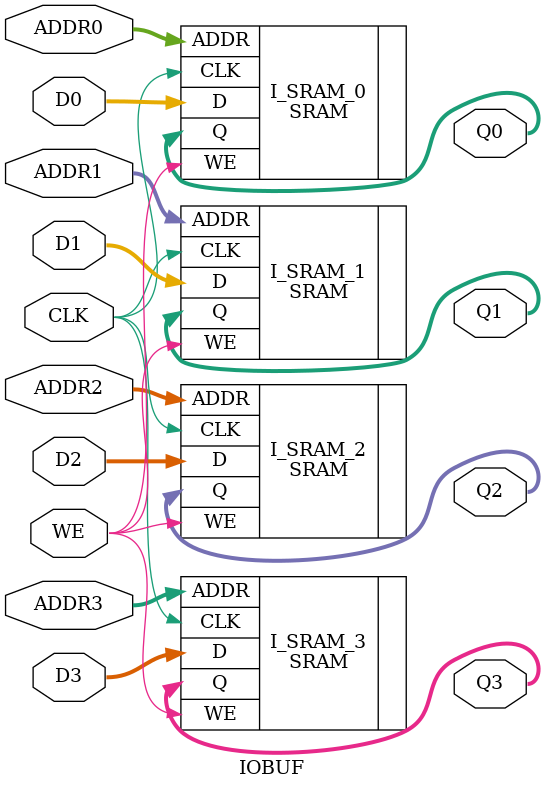
<source format=v>
`timescale 1ns/1ps

module IOBUF (
    input  [0:0]  CLK,
    input  [0:0]  WE,
    input  [5:0]  ADDR0,
    input  [5:0]  ADDR1,
    input  [5:0]  ADDR2,
    input  [5:0]  ADDR3,
    input  [63:0] D0,
    input  [63:0] D1,
    input  [63:0] D2,
    input  [63:0] D3,
    output [63:0] Q0,
    output [63:0] Q1,
    output [63:0] Q2,
    output [63:0] Q3
);

SRAM I_SRAM_0 (
    .CLK(CLK),
    .WE(WE),
    .ADDR(ADDR0),
    .D(D0),
    .Q(Q0)
);

SRAM I_SRAM_1 (
    .CLK(CLK),
    .WE(WE),
    .ADDR(ADDR1),
    .D(D1),
    .Q(Q1)
);

SRAM I_SRAM_2 (
    .CLK(CLK),
    .WE(WE),
    .ADDR(ADDR2),
    .D(D2),
    .Q(Q2)
);

SRAM I_SRAM_3 (
    .CLK(CLK),
    .WE(WE),
    .ADDR(ADDR3),
    .D(D3),
    .Q(Q3)
);

endmodule

// module SRAM (
//     input  [0:0]  CLK,
//     input  [0:0]  WE,
//     input  [5:0]  ADDR,
//     input  [63:0] D,
//     output [63:0] Q
// );

// reg [63:0] MEM [0:63];
// reg [63:0] T;

// always @(posedge CLK) begin
//     if(WE) MEM[ADDR] <= D;
//     else   T <= MEM[ADDR];
// end

// assign Q = T;

// endmodule
</source>
